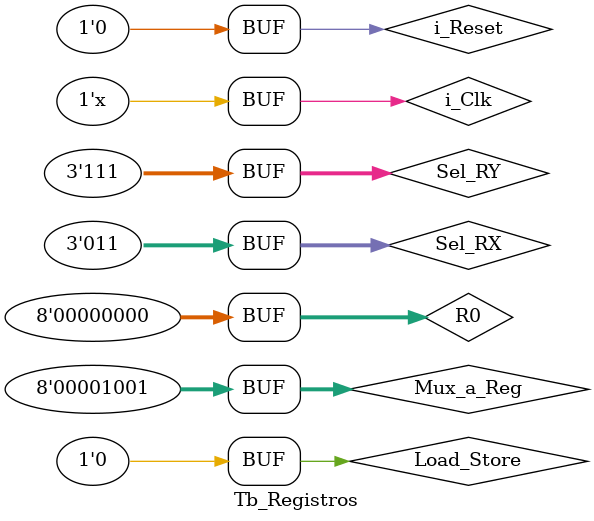
<source format=v>
`timescale 1ns / 1ps

module Tb_Registros;
    reg [7:0] Mux_a_Reg;
    reg [2:0] Sel_RX;
    reg [2:0] Sel_RY;
    reg [7:0] R0;
    reg Load_Store;
    reg i_Clk;
    reg i_Reset;
    wire [7:0] RX;
    wire [7:0] RY;
    
    Registros uut(
    .Mux_a_Reg(Mux_a_Reg),
    .Sel_RX(Sel_RX),
    .Sel_RY(Sel_RY),
    .R0(R0),
    .Load_Store(Load_Store),
    .i_Clk(i_Clk),
    .i_Reset(i_Reset),
    .RX(RX),
    .RY(RY)
    );
    
    initial
        begin
            i_Reset=1;
            i_Clk=0;
            Sel_RX=0;
            Sel_RY=0;
            Load_Store=0;
            R0=0;
            Mux_a_Reg=0;
            #2 i_Reset=0; Load_Store=0; Mux_a_Reg=8'b00000000;
            #2 Sel_RX=3'b000; Load_Store=1; Mux_a_Reg=8'b00000010;
            #2 Sel_RX=3'b001; Load_Store=1; Mux_a_Reg=8'b00000011;
            #2 Sel_RX=3'b010; Load_Store=1; Mux_a_Reg=8'b00000100;
            #2 Sel_RX=3'b011; Load_Store=1; Mux_a_Reg=8'b00000101;
            #2 Sel_RX=3'b100; Load_Store=1; Mux_a_Reg=8'b00000110;
            #2 Sel_RX=3'b101; Load_Store=1; Mux_a_Reg=8'b00000111;
            #2 Sel_RX=3'b110; Load_Store=1; Mux_a_Reg=8'b00001000;
            #2 Sel_RX=3'b111; Load_Store=1; Mux_a_Reg=8'b00001001;
            
            #2 Sel_RX=3'b011; Load_Store=0;
            #2 Sel_RY=3'b111; Load_Store=0;
        end
        always
            #1 i_Clk = !i_Clk;
endmodule
</source>
